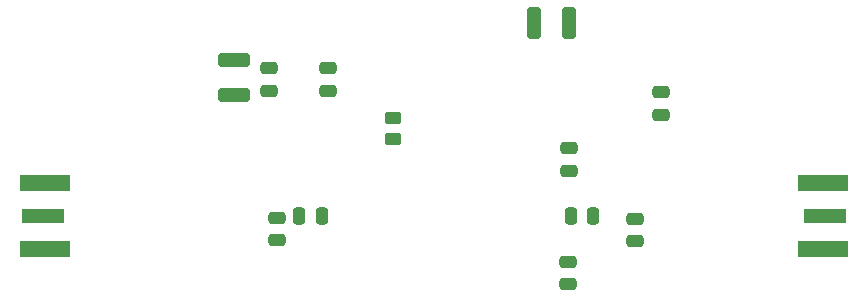
<source format=gbr>
%TF.GenerationSoftware,KiCad,Pcbnew,8.0.1*%
%TF.CreationDate,2024-04-27T21:04:21-04:00*%
%TF.ProjectId,S-Band Amplifier,532d4261-6e64-4204-916d-706c69666965,v1.0*%
%TF.SameCoordinates,Original*%
%TF.FileFunction,Paste,Top*%
%TF.FilePolarity,Positive*%
%FSLAX46Y46*%
G04 Gerber Fmt 4.6, Leading zero omitted, Abs format (unit mm)*
G04 Created by KiCad (PCBNEW 8.0.1) date 2024-04-27 21:04:21*
%MOMM*%
%LPD*%
G01*
G04 APERTURE LIST*
G04 Aperture macros list*
%AMRoundRect*
0 Rectangle with rounded corners*
0 $1 Rounding radius*
0 $2 $3 $4 $5 $6 $7 $8 $9 X,Y pos of 4 corners*
0 Add a 4 corners polygon primitive as box body*
4,1,4,$2,$3,$4,$5,$6,$7,$8,$9,$2,$3,0*
0 Add four circle primitives for the rounded corners*
1,1,$1+$1,$2,$3*
1,1,$1+$1,$4,$5*
1,1,$1+$1,$6,$7*
1,1,$1+$1,$8,$9*
0 Add four rect primitives between the rounded corners*
20,1,$1+$1,$2,$3,$4,$5,0*
20,1,$1+$1,$4,$5,$6,$7,0*
20,1,$1+$1,$6,$7,$8,$9,0*
20,1,$1+$1,$8,$9,$2,$3,0*%
G04 Aperture macros list end*
%ADD10RoundRect,0.250000X-0.250000X-0.475000X0.250000X-0.475000X0.250000X0.475000X-0.250000X0.475000X0*%
%ADD11RoundRect,0.250000X-0.475000X0.250000X-0.475000X-0.250000X0.475000X-0.250000X0.475000X0.250000X0*%
%ADD12R,3.600000X1.270000*%
%ADD13R,4.200000X1.350000*%
%ADD14RoundRect,0.250000X0.475000X-0.250000X0.475000X0.250000X-0.475000X0.250000X-0.475000X-0.250000X0*%
%ADD15RoundRect,0.250000X0.325000X1.100000X-0.325000X1.100000X-0.325000X-1.100000X0.325000X-1.100000X0*%
%ADD16RoundRect,0.250000X-0.450000X0.262500X-0.450000X-0.262500X0.450000X-0.262500X0.450000X0.262500X0*%
%ADD17RoundRect,0.250000X1.100000X-0.325000X1.100000X0.325000X-1.100000X0.325000X-1.100000X-0.325000X0*%
G04 APERTURE END LIST*
D10*
%TO.C,C4*%
X90550000Y-90000000D03*
X92450000Y-90000000D03*
%TD*%
D11*
%TO.C,C11*%
X98190000Y-79500000D03*
X98190000Y-81400000D03*
%TD*%
D12*
%TO.C,J2*%
X45862500Y-90000000D03*
D13*
X46062500Y-87175000D03*
X46062500Y-92825000D03*
%TD*%
D14*
%TO.C,C8*%
X65000000Y-79400000D03*
X65000000Y-77500000D03*
%TD*%
D11*
%TO.C,C6*%
X65700000Y-90125000D03*
X65700000Y-92025000D03*
%TD*%
D14*
%TO.C,C5*%
X96000000Y-92150000D03*
X96000000Y-90250000D03*
%TD*%
D15*
%TO.C,C10*%
X90350000Y-73630000D03*
X87400000Y-73630000D03*
%TD*%
D16*
%TO.C,R1*%
X75450000Y-81687500D03*
X75450000Y-83512500D03*
%TD*%
D14*
%TO.C,C7*%
X70000000Y-79400000D03*
X70000000Y-77500000D03*
%TD*%
%TO.C,C3*%
X90350000Y-86150000D03*
X90350000Y-84250000D03*
%TD*%
D11*
%TO.C,C2*%
X90325000Y-93850000D03*
X90325000Y-95750000D03*
%TD*%
D17*
%TO.C,C9*%
X62000000Y-79775000D03*
X62000000Y-76825000D03*
%TD*%
D12*
%TO.C,J1*%
X112087500Y-90000000D03*
D13*
X111887500Y-92825000D03*
X111887500Y-87175000D03*
%TD*%
D10*
%TO.C,C1*%
X67550000Y-90000000D03*
X69450000Y-90000000D03*
%TD*%
M02*

</source>
